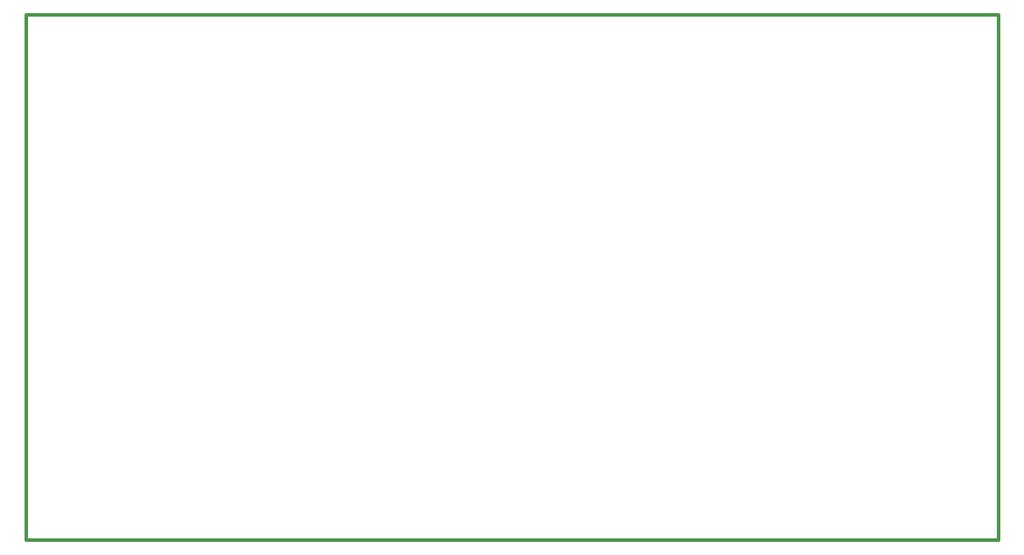
<source format=gm1>
G04 #@! TF.GenerationSoftware,KiCad,Pcbnew,5.0.0-rc2+dfsg1-3*
G04 #@! TF.CreationDate,2018-06-27T20:22:52+02:00*
G04 #@! TF.ProjectId,ulx3s,756C7833732E6B696361645F70636200,rev?*
G04 #@! TF.SameCoordinates,Original*
G04 #@! TF.FileFunction,Profile,NP*
%FSLAX46Y46*%
G04 Gerber Fmt 4.6, Leading zero omitted, Abs format (unit mm)*
G04 Created by KiCad (PCBNEW 5.0.0-rc2+dfsg1-3) date Wed Jun 27 20:22:52 2018*
%MOMM*%
%LPD*%
G01*
G04 APERTURE LIST*
%ADD10C,0.300000*%
G04 APERTURE END LIST*
D10*
X94100000Y-61420000D02*
X94100000Y-112220000D01*
X188080000Y-61420000D02*
X94100000Y-61420000D01*
X188080000Y-112220000D02*
X188080000Y-61420000D01*
X94100000Y-112220000D02*
X188080000Y-112220000D01*
M02*

</source>
